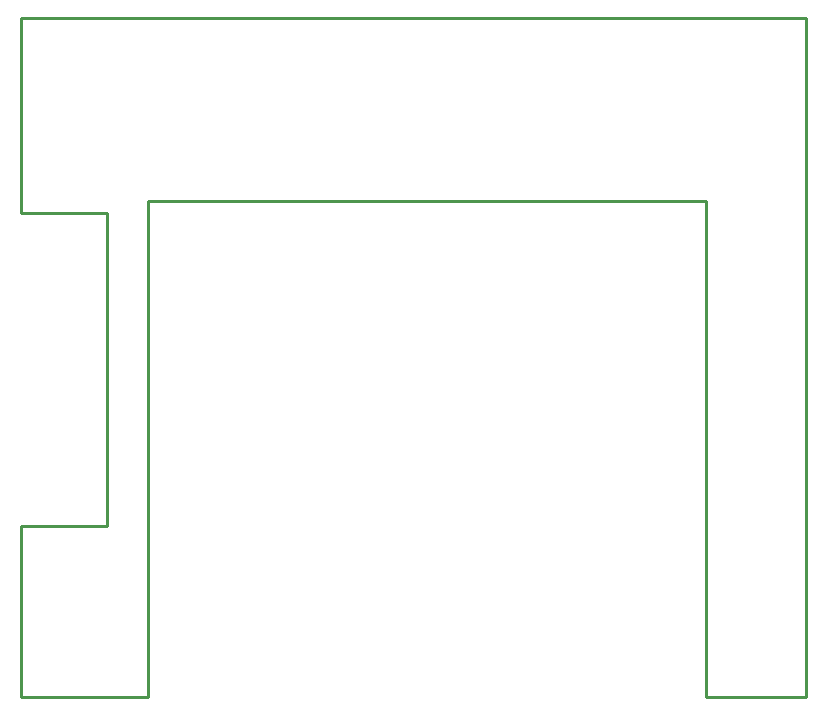
<source format=gbr>
G04 EAGLE Gerber RS-274X export*
G75*
%MOMM*%
%FSLAX34Y34*%
%LPD*%
%IN*%
%IPPOS*%
%AMOC8*
5,1,8,0,0,1.08239X$1,22.5*%
G01*
G04 Define Apertures*
%ADD10C,0.254000*%
D10*
X0Y0D02*
X107500Y0D01*
X107500Y420000D01*
X580000Y420000D01*
X580000Y0D01*
X664688Y0D01*
X664688Y575000D01*
X0Y575000D01*
X0Y410000D01*
X72500Y410000D01*
X72500Y145000D01*
X0Y145000D01*
X0Y0D01*
M02*

</source>
